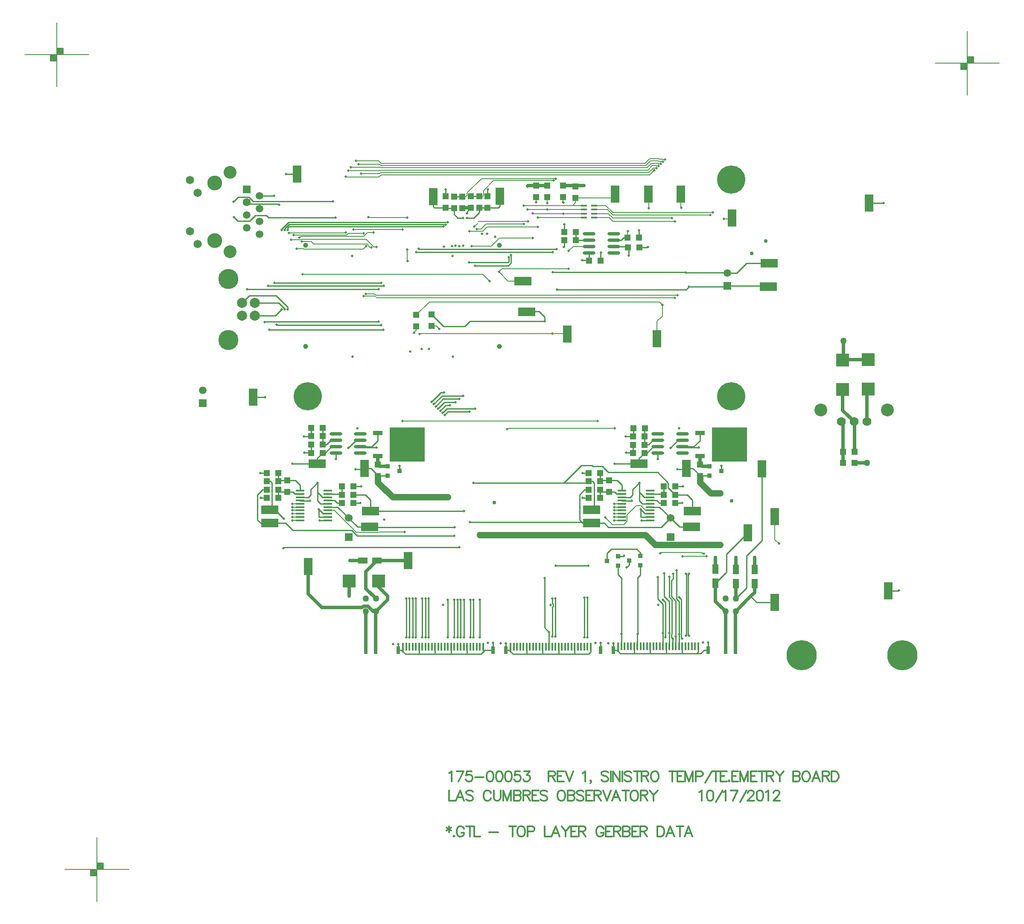
<source format=gtl>
%FSLAX23Y23*%
%MOIN*%
G70*
G01*
G75*
G04 Layer_Physical_Order=1*
G04 Layer_Color=255*
%ADD10R,0.050X0.050*%
%ADD11R,0.045X0.017*%
%ADD12R,0.050X0.050*%
%ADD13R,0.048X0.078*%
%ADD14R,0.078X0.048*%
%ADD15R,0.100X0.100*%
%ADD16R,0.272X0.268*%
%ADD17R,0.075X0.037*%
%ADD18R,0.037X0.035*%
%ADD19R,0.037X0.035*%
%ADD20R,0.036X0.036*%
%ADD21R,0.070X0.135*%
%ADD22R,0.135X0.070*%
%ADD23O,0.098X0.028*%
%ADD24R,0.065X0.012*%
%ADD25R,0.030X0.100*%
%ADD26R,0.014X0.060*%
%ADD27R,0.031X0.060*%
%ADD28R,0.100X0.100*%
%ADD29C,0.005*%
%ADD30C,0.025*%
%ADD31C,0.008*%
%ADD32C,0.010*%
%ADD33C,0.050*%
%ADD34C,0.006*%
%ADD35C,0.012*%
%ADD36C,0.012*%
%ADD37C,0.012*%
%ADD38C,0.100*%
%ADD39C,0.065*%
%ADD40C,0.116*%
%ADD41C,0.063*%
%ADD42C,0.059*%
%ADD43R,0.059X0.059*%
%ADD44C,0.157*%
%ADD45C,0.079*%
%ADD46R,0.059X0.059*%
%ADD47C,0.059*%
%ADD48C,0.020*%
%ADD49C,0.060*%
%ADD50R,0.060X0.060*%
%ADD51C,0.070*%
%ADD52C,0.039*%
%ADD53C,0.220*%
%ADD54C,0.050*%
%ADD55C,0.236*%
%ADD56C,0.030*%
D10*
X55718Y37193D02*
D03*
Y37283D02*
D03*
X55815Y37187D02*
D03*
Y37277D02*
D03*
X55507Y37191D02*
D03*
Y37281D02*
D03*
X55594Y37191D02*
D03*
Y37281D02*
D03*
X54801Y37108D02*
D03*
Y37198D02*
D03*
X55128Y37109D02*
D03*
Y37199D02*
D03*
X53564Y34979D02*
D03*
Y34889D02*
D03*
X56078Y34979D02*
D03*
Y34889D02*
D03*
X54691Y36274D02*
D03*
Y36184D02*
D03*
X54572Y36272D02*
D03*
Y36182D02*
D03*
X54929Y37106D02*
D03*
Y37196D02*
D03*
X54866Y37197D02*
D03*
Y37107D02*
D03*
X54998Y37108D02*
D03*
Y37198D02*
D03*
X55064Y37199D02*
D03*
Y37109D02*
D03*
X54272Y35103D02*
D03*
Y35013D02*
D03*
X56786Y35103D02*
D03*
Y35013D02*
D03*
D11*
X55959Y37032D02*
D03*
Y37063D02*
D03*
Y37095D02*
D03*
Y37126D02*
D03*
X55882D02*
D03*
Y37095D02*
D03*
Y37063D02*
D03*
Y37032D02*
D03*
D12*
X57993Y35203D02*
D03*
X57903D02*
D03*
X56312Y36874D02*
D03*
X56222D02*
D03*
X56011Y36696D02*
D03*
X55921D02*
D03*
X53752Y35389D02*
D03*
X53842D02*
D03*
X56266Y35385D02*
D03*
X56356D02*
D03*
X53990Y34932D02*
D03*
X54080D02*
D03*
X56504D02*
D03*
X56594D02*
D03*
X53494Y35034D02*
D03*
X53404D02*
D03*
X56008D02*
D03*
X55918D02*
D03*
X53494Y34841D02*
D03*
X53404D02*
D03*
X56008D02*
D03*
X55918D02*
D03*
X53990Y34802D02*
D03*
X54080D02*
D03*
X56504D02*
D03*
X56594D02*
D03*
X55727Y36920D02*
D03*
X55817D02*
D03*
X55816Y36854D02*
D03*
X55726D02*
D03*
X56223Y36798D02*
D03*
X56313D02*
D03*
X53990Y34867D02*
D03*
X54080D02*
D03*
X56504D02*
D03*
X56594D02*
D03*
X53494Y34971D02*
D03*
X53404D02*
D03*
X56008D02*
D03*
X55918D02*
D03*
X53750Y35259D02*
D03*
X53840D02*
D03*
X56264Y35256D02*
D03*
X56354D02*
D03*
X53841Y35325D02*
D03*
X53751D02*
D03*
X56355Y35322D02*
D03*
X56265D02*
D03*
X53494Y34905D02*
D03*
X53404D02*
D03*
X56008D02*
D03*
X55918D02*
D03*
X53839Y35193D02*
D03*
X53749D02*
D03*
X56354Y35191D02*
D03*
X56264D02*
D03*
X57904Y35115D02*
D03*
X57994D02*
D03*
D13*
X56908Y34287D02*
D03*
Y34177D02*
D03*
X57068Y34172D02*
D03*
Y34282D02*
D03*
X57213Y34282D02*
D03*
Y34172D02*
D03*
D14*
X54153Y34352D02*
D03*
X54263D02*
D03*
D15*
X54278Y34192D02*
D03*
X54048D02*
D03*
D16*
X54502Y35259D02*
D03*
X57016D02*
D03*
D17*
X54272Y35170D02*
D03*
Y35349D02*
D03*
X56786Y35170D02*
D03*
Y35349D02*
D03*
D18*
X54348Y35090D02*
D03*
X54440Y35053D02*
D03*
X56862Y35090D02*
D03*
X56954Y35053D02*
D03*
D19*
X54348Y35015D02*
D03*
X56862D02*
D03*
D20*
X56148Y34387D02*
D03*
X56062Y34350D02*
D03*
X56148Y34313D02*
D03*
X56319Y34388D02*
D03*
X56233Y34351D02*
D03*
X56319Y34314D02*
D03*
D21*
X54705Y37196D02*
D03*
X55223Y37200D02*
D03*
X54166Y35073D02*
D03*
X56680D02*
D03*
X53640Y37372D02*
D03*
X58256Y34115D02*
D03*
X53298Y35628D02*
D03*
X58106Y37144D02*
D03*
X57162Y34570D02*
D03*
X57369Y34025D02*
D03*
X53727Y34306D02*
D03*
X57271Y35070D02*
D03*
X57372Y34694D02*
D03*
X54506Y34352D02*
D03*
X56123Y37215D02*
D03*
X56383D02*
D03*
X56638D02*
D03*
X57038Y37029D02*
D03*
X55750Y36123D02*
D03*
X56452Y36085D02*
D03*
D22*
X53797Y35109D02*
D03*
X56311D02*
D03*
X57320Y36493D02*
D03*
X57328Y36675D02*
D03*
X55403Y36536D02*
D03*
X55434Y36296D02*
D03*
X54213Y34739D02*
D03*
X56727D02*
D03*
X53427Y34748D02*
D03*
X55941D02*
D03*
X53427Y34645D02*
D03*
X55941D02*
D03*
X54208Y34615D02*
D03*
X56722D02*
D03*
D23*
X55921Y36905D02*
D03*
Y36855D02*
D03*
Y36805D02*
D03*
Y36755D02*
D03*
X56113Y36905D02*
D03*
Y36855D02*
D03*
Y36805D02*
D03*
Y36755D02*
D03*
X53943Y35341D02*
D03*
Y35291D02*
D03*
Y35241D02*
D03*
Y35191D02*
D03*
X54135Y35341D02*
D03*
Y35291D02*
D03*
Y35241D02*
D03*
Y35191D02*
D03*
X56457Y35341D02*
D03*
Y35291D02*
D03*
Y35241D02*
D03*
Y35191D02*
D03*
X56649Y35341D02*
D03*
Y35291D02*
D03*
Y35241D02*
D03*
Y35191D02*
D03*
D24*
X53882Y34667D02*
D03*
Y34693D02*
D03*
Y34719D02*
D03*
Y34744D02*
D03*
Y34770D02*
D03*
Y34795D02*
D03*
Y34821D02*
D03*
X53664Y34667D02*
D03*
Y34693D02*
D03*
Y34719D02*
D03*
Y34744D02*
D03*
Y34770D02*
D03*
Y34795D02*
D03*
Y34821D02*
D03*
Y34844D02*
D03*
X53882D02*
D03*
X53664Y34872D02*
D03*
X53882D02*
D03*
X53664Y34898D02*
D03*
X53882D02*
D03*
X56396Y34667D02*
D03*
Y34693D02*
D03*
Y34719D02*
D03*
Y34744D02*
D03*
Y34770D02*
D03*
Y34795D02*
D03*
Y34821D02*
D03*
X56178Y34667D02*
D03*
Y34693D02*
D03*
Y34719D02*
D03*
Y34744D02*
D03*
Y34770D02*
D03*
Y34795D02*
D03*
Y34821D02*
D03*
Y34844D02*
D03*
X56396D02*
D03*
X56178Y34872D02*
D03*
X56396D02*
D03*
X56178Y34898D02*
D03*
X56396D02*
D03*
D25*
X57065Y33671D02*
D03*
X56986D02*
D03*
X54255Y33671D02*
D03*
X54176D02*
D03*
D26*
X54468Y33680D02*
D03*
X54493D02*
D03*
X54518D02*
D03*
X54543D02*
D03*
X54568D02*
D03*
X54593D02*
D03*
X54618D02*
D03*
X54643D02*
D03*
X54668D02*
D03*
X54693D02*
D03*
X54718D02*
D03*
X54743D02*
D03*
X54768D02*
D03*
X54793D02*
D03*
X54818D02*
D03*
X54843D02*
D03*
X54868D02*
D03*
X54893D02*
D03*
X54918D02*
D03*
X54943D02*
D03*
X54968D02*
D03*
X54993D02*
D03*
X55018D02*
D03*
X55043D02*
D03*
X55068D02*
D03*
X55093D02*
D03*
X55308D02*
D03*
X55333D02*
D03*
X55358D02*
D03*
X55383D02*
D03*
X55408D02*
D03*
X55433D02*
D03*
X55458D02*
D03*
X55483D02*
D03*
X55508D02*
D03*
X55533D02*
D03*
X55558D02*
D03*
X55583D02*
D03*
X55608D02*
D03*
X55633D02*
D03*
X55658D02*
D03*
X55683D02*
D03*
X55708D02*
D03*
X55733D02*
D03*
X55758D02*
D03*
X55783D02*
D03*
X55808D02*
D03*
X55833D02*
D03*
X55858D02*
D03*
X55883D02*
D03*
X55908D02*
D03*
X55933D02*
D03*
X56148Y33681D02*
D03*
X56173D02*
D03*
X56198D02*
D03*
X56223D02*
D03*
X56248D02*
D03*
X56273D02*
D03*
X56298D02*
D03*
X56323D02*
D03*
X56348D02*
D03*
X56373D02*
D03*
X56398D02*
D03*
X56423D02*
D03*
X56448D02*
D03*
X56473D02*
D03*
X56498D02*
D03*
X56523D02*
D03*
X56548D02*
D03*
X56573D02*
D03*
X56598D02*
D03*
X56623D02*
D03*
X56648D02*
D03*
X56673D02*
D03*
X56698D02*
D03*
X56723D02*
D03*
X56748D02*
D03*
X56773D02*
D03*
D27*
X54430Y33653D02*
D03*
X55170D02*
D03*
X55270D02*
D03*
X56010D02*
D03*
X56850D02*
D03*
X56110D02*
D03*
D28*
X58100Y35922D02*
D03*
Y35692D02*
D03*
X57901Y35920D02*
D03*
Y35690D02*
D03*
D29*
X57032Y37023D02*
X57038Y37029D01*
X56975Y37023D02*
X57032D01*
X56638Y37113D02*
Y37215D01*
Y37113D02*
X56641Y37110D01*
X55440Y37095D02*
X55882D01*
X56383Y37215D02*
X56387Y37211D01*
Y37107D02*
Y37211D01*
X55718Y37151D02*
X55719Y37150D01*
X56095Y37187D02*
X56123Y37215D01*
X55815Y37187D02*
X56095D01*
X55793Y37126D02*
X55882D01*
X55411D02*
X55793D01*
X55815Y37148D01*
Y37187D01*
X55722Y37063D02*
X55882D01*
X55482D02*
X55722D01*
X55718Y37151D02*
Y37193D01*
X55593Y37147D02*
X55594Y37148D01*
Y37191D01*
X55507Y37151D02*
Y37191D01*
X55123Y36958D02*
X55521D01*
Y37032D02*
X55882D01*
X55220Y36871D02*
X55481D01*
Y37064D02*
X55482Y37063D01*
X55053Y37001D02*
X55443D01*
X55440Y37095D02*
X55440Y37095D01*
X55089Y36924D02*
X55123Y36958D01*
X55117Y36982D02*
X55411D01*
X55076Y36941D02*
X55117Y36982D01*
X55411Y37126D02*
X55411Y37126D01*
X55158Y36809D02*
X55220Y36871D01*
X55004Y36809D02*
X55158D01*
X55025Y36961D02*
X55051Y36987D01*
X55038Y36924D02*
X55089D01*
X55036Y36926D02*
X55038Y36924D01*
X55044Y36941D02*
X55076D01*
X55959Y37032D02*
X56077D01*
X56106Y37003D01*
X55959Y37063D02*
X56072D01*
X56106Y37029D01*
X55959Y37095D02*
X56063D01*
X56106Y37052D01*
X55959Y37126D02*
X56051D01*
X56106Y37071D01*
X56452Y36085D02*
Y36221D01*
X56495Y36263D01*
Y36348D01*
X56222Y36925D02*
X56224Y36927D01*
X56222Y36874D02*
Y36925D01*
X57372Y34517D02*
X57405Y34484D01*
X57372Y34517D02*
Y34694D01*
X54198Y37034D02*
X54199Y37033D01*
X54501D01*
X54502Y36692D02*
Y36783D01*
Y36692D02*
X54503Y36691D01*
X54282Y34577D02*
X54481D01*
X54103Y34573D02*
X54278D01*
X54007Y34669D02*
X54103Y34573D01*
X54278D02*
X54282Y34577D01*
X54007Y34669D02*
Y34670D01*
X53932Y34744D02*
X54007Y34670D01*
X53882Y34744D02*
X53932D01*
X54080Y36939D02*
X54081Y36938D01*
X54464D01*
Y35443D02*
X54465Y35442D01*
X55986D01*
X56047Y34689D02*
X56103Y34633D01*
X56191D01*
X56217Y34659D01*
Y34709D01*
X56289Y34782D01*
X56324D01*
X56361Y34744D01*
X56396D01*
X55089Y36589D02*
X55144Y36534D01*
X53684Y36589D02*
X55089D01*
X55280Y35380D02*
X55286Y35386D01*
X56119D01*
X54572Y36152D02*
Y36182D01*
X54553Y36133D02*
X54572Y36152D01*
X54691Y36184D02*
X54726D01*
X54749Y36161D01*
X55749Y36124D02*
X55750Y36123D01*
X55633Y36124D02*
X55749D01*
X54597Y36123D02*
X54598Y36124D01*
X55633D01*
X56106Y37003D02*
X56592D01*
X54987Y36926D02*
X55036D01*
X56106Y37029D02*
X56566D01*
X56470Y36373D02*
X56495Y36348D01*
X54673Y36373D02*
X56470D01*
X54572Y36272D02*
X54673Y36373D01*
X54966Y37225D02*
X55079Y37337D01*
X55661D01*
X54957Y37196D02*
X54966Y37205D01*
Y37225D01*
X54929Y37196D02*
X54957D01*
X55096Y37203D02*
Y37243D01*
X55174Y37321D01*
X55644D01*
X55092Y37199D02*
X55096Y37203D01*
X55064Y37199D02*
X55092D01*
X56651Y34387D02*
X56838D01*
X56106Y37071D02*
X56888D01*
X56106Y37052D02*
X56868D01*
X56806Y34406D02*
X56818D01*
X56799Y34414D02*
X56806Y34406D01*
X56484Y34414D02*
X56799D01*
X56478Y34408D02*
X56484Y34414D01*
X54264Y36404D02*
X56590D01*
X54248Y36420D02*
X54264Y36404D01*
X54257Y36424D02*
X56610D01*
X54246Y36419D02*
X54248Y36420D01*
X54161Y36419D02*
X54246D01*
X54245Y36436D02*
X54257Y36424D01*
X54178Y36436D02*
X54245D01*
D30*
X55507Y37281D02*
X55594D01*
X55444D02*
X55507D01*
X55441Y37278D02*
X55444Y37281D01*
X55718Y37283D02*
X55880D01*
X55881Y37282D01*
X57904Y35115D02*
Y35423D01*
X57889Y35439D02*
X57904Y35423D01*
X57989Y35439D02*
X57993Y35435D01*
Y35203D02*
Y35435D01*
X57994Y35115D02*
X58092D01*
X57908Y35927D02*
Y36068D01*
X57903Y35922D02*
X57908Y35927D01*
X57903Y35922D02*
X58100D01*
X57901Y35527D02*
Y35690D01*
Y35527D02*
X57989Y35439D01*
X58089Y35681D02*
X58100Y35692D01*
X58089Y35439D02*
Y35681D01*
X54263Y34352D02*
X54506D01*
X53727Y34092D02*
Y34306D01*
Y34092D02*
X53833Y33986D01*
X54147D01*
X54159Y33997D01*
X54193D01*
X54234Y33955D01*
X54256D01*
X57182Y34072D02*
X57213Y34102D01*
X57066Y33955D02*
X57182Y34072D01*
X54931Y37108D02*
X54998D01*
X56786Y35103D02*
X56799Y35090D01*
X56862D01*
X56786Y35103D02*
Y35170D01*
X54272Y35103D02*
X54285Y35090D01*
X54348D01*
X54272Y35103D02*
Y35170D01*
X54048Y34077D02*
Y34192D01*
X54053Y34352D02*
X54153D01*
X54178Y34133D02*
X54256Y34055D01*
X54178Y34133D02*
Y34267D01*
X54263Y34352D01*
X54256Y33955D02*
X54348Y34047D01*
X54255Y33955D02*
X54256Y33955D01*
X54348Y34047D02*
Y34077D01*
X54278Y34147D02*
X54348Y34077D01*
X54278Y34147D02*
Y34192D01*
X57213Y34282D02*
Y34377D01*
X57068Y34282D02*
Y34377D01*
X56908Y34287D02*
Y34377D01*
Y34033D02*
X56986Y33955D01*
X56908Y34033D02*
Y34177D01*
X57066Y34055D02*
X57068Y34057D01*
Y34172D01*
X57065Y33955D02*
X57066Y33955D01*
X57213Y34102D02*
Y34172D01*
X57065Y33671D02*
Y33955D01*
X56986Y33955D02*
X56986Y33955D01*
Y33671D02*
Y33955D01*
X54176Y33955D02*
X54176Y33955D01*
Y33671D02*
Y33955D01*
X54255Y33671D02*
Y33955D01*
D31*
X55216Y36609D02*
X55288Y36537D01*
X55402D01*
X55403Y36536D01*
X55216Y36609D02*
X55240Y36633D01*
X55760D01*
X55762Y36771D02*
X55796Y36805D01*
X55921D01*
X58873Y37990D02*
Y38490D01*
X58623Y38240D02*
X59123D01*
X58823Y38190D02*
X58873D01*
X58823D02*
Y38240D01*
X58873Y38290D02*
X58923D01*
Y38240D02*
Y38290D01*
X58878Y38245D02*
Y38285D01*
X58918D01*
Y38245D02*
Y38285D01*
X58878Y38245D02*
X58918D01*
X58883Y38250D02*
Y38280D01*
X58913D01*
Y38250D02*
Y38280D01*
X58888Y38250D02*
X58913D01*
X58888Y38255D02*
Y38275D01*
X58908D01*
Y38255D02*
Y38275D01*
X58893Y38255D02*
X58908D01*
X58893Y38260D02*
Y38270D01*
X58903D01*
Y38260D02*
Y38270D01*
X58893Y38260D02*
X58903D01*
X58898D02*
Y38270D01*
X58828Y38195D02*
Y38235D01*
X58868D01*
Y38195D02*
Y38235D01*
X58828Y38195D02*
X58868D01*
X58833Y38200D02*
Y38230D01*
X58863D01*
Y38200D02*
Y38230D01*
X58838Y38200D02*
X58863D01*
X58838Y38205D02*
Y38225D01*
X58858D01*
Y38205D02*
Y38225D01*
X58843Y38205D02*
X58858D01*
X58843Y38210D02*
Y38220D01*
X58853D01*
Y38210D02*
Y38220D01*
X58843Y38210D02*
X58853D01*
X58848D02*
Y38220D01*
X51765Y38056D02*
Y38556D01*
X51515Y38306D02*
X52015D01*
X51715Y38256D02*
X51765D01*
X51715D02*
Y38306D01*
X51765Y38356D02*
X51815D01*
Y38306D02*
Y38356D01*
X51770Y38311D02*
Y38351D01*
X51810D01*
Y38311D02*
Y38351D01*
X51770Y38311D02*
X51810D01*
X51775Y38316D02*
Y38346D01*
X51805D01*
Y38316D02*
Y38346D01*
X51780Y38316D02*
X51805D01*
X51780Y38321D02*
Y38341D01*
X51800D01*
Y38321D02*
Y38341D01*
X51785Y38321D02*
X51800D01*
X51785Y38326D02*
Y38336D01*
X51795D01*
Y38326D02*
Y38336D01*
X51785Y38326D02*
X51795D01*
X51790D02*
Y38336D01*
X51720Y38261D02*
Y38301D01*
X51760D01*
Y38261D02*
Y38301D01*
X51720Y38261D02*
X51760D01*
X51725Y38266D02*
Y38296D01*
X51755D01*
Y38266D02*
Y38296D01*
X51730Y38266D02*
X51755D01*
X51730Y38271D02*
Y38291D01*
X51750D01*
Y38271D02*
Y38291D01*
X51735Y38271D02*
X51750D01*
X51735Y38276D02*
Y38286D01*
X51745D01*
Y38276D02*
Y38286D01*
X51735Y38276D02*
X51745D01*
X51740D02*
Y38286D01*
X52077Y31688D02*
Y32188D01*
X51827Y31938D02*
X52327D01*
X52027Y31888D02*
X52077D01*
X52027D02*
Y31938D01*
X52077Y31988D02*
X52127D01*
Y31938D02*
Y31988D01*
X52082Y31943D02*
Y31983D01*
X52122D01*
Y31943D02*
Y31983D01*
X52082Y31943D02*
X52122D01*
X52087Y31948D02*
Y31978D01*
X52117D01*
Y31948D02*
Y31978D01*
X52092Y31948D02*
X52117D01*
X52092Y31953D02*
Y31973D01*
X52112D01*
Y31953D02*
Y31973D01*
X52097Y31953D02*
X52112D01*
X52097Y31958D02*
Y31968D01*
X52107D01*
Y31958D02*
Y31968D01*
X52097Y31958D02*
X52107D01*
X52102D02*
Y31968D01*
X52032Y31893D02*
Y31933D01*
X52072D01*
Y31893D02*
Y31933D01*
X52032Y31893D02*
X52072D01*
X52037Y31898D02*
Y31928D01*
X52067D01*
Y31898D02*
Y31928D01*
X52042Y31898D02*
X52067D01*
X52042Y31903D02*
Y31923D01*
X52062D01*
Y31903D02*
Y31923D01*
X52047Y31903D02*
X52062D01*
X52047Y31908D02*
Y31918D01*
X52057D01*
Y31908D02*
Y31918D01*
X52047Y31908D02*
X52057D01*
X52052D02*
Y31918D01*
D32*
X55449Y36298D02*
X55532D01*
X55574Y36256D01*
Y36222D02*
Y36256D01*
X53553Y37373D02*
X53554Y37372D01*
X53640D01*
X53389Y35628D02*
X53391Y35630D01*
X53298Y35628D02*
X53389D01*
X57068Y34057D02*
X57151Y34140D01*
Y34389D01*
X57271Y34509D01*
Y35070D01*
X56908Y34177D02*
X56994Y34263D01*
Y34402D01*
X57162Y34570D01*
X57182Y34072D02*
X57229Y34025D01*
X57369D01*
X58338Y34115D02*
X58342Y34119D01*
X58256Y34115D02*
X58338D01*
X58106Y37144D02*
X58221D01*
X54109Y34547D02*
X54866D01*
X54067Y34589D02*
X54109Y34547D01*
X53607Y34589D02*
X54067D01*
X55725Y34960D02*
X55907D01*
X55018D02*
X55725D01*
X55861Y35096D01*
X55943D01*
X55951Y35088D01*
X56025D01*
X56072Y35041D01*
X56458D01*
X56538Y34960D01*
Y34923D02*
Y34960D01*
Y34923D02*
X56594Y34867D01*
X56557Y34685D02*
X56627Y34615D01*
X56472Y34770D02*
X56557Y34685D01*
X56485Y34613D02*
X56557Y34685D01*
X56072Y34613D02*
X56485D01*
X56040Y34645D02*
X56072Y34613D01*
X55941Y34645D02*
X56040D01*
X55864Y34651D02*
X55870Y34645D01*
X55846Y34669D02*
X55864Y34651D01*
X55935D01*
X54990D02*
X55864D01*
X55935D02*
X55941Y34645D01*
X55907Y34960D02*
X55918Y34971D01*
X53427Y34645D02*
X53551D01*
X53607Y34589D01*
X54208Y34615D02*
X54212Y34611D01*
X54871D01*
X53427Y34748D02*
X53466D01*
X53536Y34678D01*
X53535Y34449D02*
X53541Y34455D01*
X54906D01*
X54213Y34739D02*
X54945D01*
X54691Y36274D02*
X54783Y36182D01*
X54952D01*
X54992Y36222D01*
X55574D01*
X55661Y34311D02*
X55913D01*
X56378Y36798D02*
X56381Y36801D01*
X56313Y36798D02*
X56378D01*
X57350Y36498D02*
X57354Y36494D01*
X57001Y36498D02*
X57350D01*
X57152Y36674D02*
X57358D01*
X57075Y36598D02*
X57152Y36674D01*
X57001Y36598D02*
X57075D01*
X55867Y36698D02*
X55919D01*
X55921Y36696D01*
Y36755D01*
X55920Y36855D02*
X55921Y36855D01*
X55817Y36855D02*
X55920D01*
X55817D02*
Y36920D01*
X55725Y36803D02*
X55726Y36803D01*
Y36854D01*
X56011Y36758D02*
X56013Y36760D01*
X56011Y36696D02*
Y36758D01*
X56312Y36874D02*
Y36933D01*
X56113Y36855D02*
X56172D01*
X56191Y36874D01*
X56222D01*
X56223Y36798D02*
X56229Y36792D01*
X56216Y36805D02*
X56223Y36798D01*
X55727Y36920D02*
X55728Y36921D01*
Y36978D01*
X56229Y36735D02*
Y36792D01*
X56113Y36805D02*
X56216D01*
X56672Y36605D02*
X56676Y36601D01*
X55636Y36605D02*
X56672D01*
X54571Y36762D02*
X55636D01*
X56680Y36470D02*
X56702Y36492D01*
X55672Y36470D02*
X56680D01*
X55666Y36785D02*
X55666Y36785D01*
X54595Y36785D02*
X55666D01*
X54592Y36788D02*
X54595Y36785D01*
X56998Y36601D02*
X57001Y36598D01*
X56676Y36601D02*
X56998D01*
X56995Y36492D02*
X57001Y36498D01*
X56702Y36492D02*
X56995D01*
X56215Y34299D02*
X56233Y34317D01*
Y34351D01*
X56194Y34387D02*
X56195Y34388D01*
X56148Y34387D02*
X56194D01*
X56062Y34350D02*
Y34408D01*
X56095Y34441D01*
X56292D01*
X56319Y34414D01*
Y34388D02*
Y34414D01*
X56148Y34242D02*
Y34313D01*
Y34242D02*
X56174Y34217D01*
X56319Y34238D02*
Y34314D01*
X56298Y34217D02*
X56319Y34238D01*
X54928Y37197D02*
X54929Y37196D01*
X54866Y37197D02*
X54928D01*
X54801Y37252D02*
X54802Y37253D01*
X54801Y37198D02*
Y37252D01*
X55128Y37251D02*
X55129Y37253D01*
X55128Y37199D02*
Y37251D01*
X55063Y37198D02*
X55064Y37199D01*
X54998Y37198D02*
X55063D01*
X54966Y37064D02*
Y37075D01*
X54998Y37108D01*
X54705Y37117D02*
Y37196D01*
Y37117D02*
X54714Y37108D01*
X54801D01*
X54802Y37107D01*
X54866D01*
Y37058D02*
Y37107D01*
Y37058D02*
X54894Y37030D01*
X54938D01*
X55223Y37122D02*
Y37200D01*
X55209Y37109D02*
X55223Y37122D01*
X55128Y37109D02*
X55209D01*
X55064D02*
X55128D01*
X55064Y37072D02*
Y37109D01*
X55021Y37029D02*
X55064Y37072D01*
X54968Y37029D02*
X55021D01*
X56418Y35291D02*
X56457D01*
X56422Y35241D02*
X56457D01*
Y35144D02*
Y35191D01*
Y35144D02*
X56457Y35144D01*
X56614Y35291D02*
X56649D01*
Y35241D02*
X56653Y35237D01*
X56178Y34821D02*
X56180Y34819D01*
X55870Y34645D02*
X55941D01*
Y34748D02*
X55959Y34766D01*
X56673Y35066D02*
X56680Y35073D01*
X56119Y35109D02*
X56311D01*
X56396Y34770D02*
X56472D01*
X56627Y34615D02*
X56722D01*
X56680Y35073D02*
X56731D01*
X56789Y35015D01*
X56374Y35193D02*
X56422Y35241D01*
X56353Y35193D02*
X56374D01*
X56311Y35151D02*
X56353Y35193D01*
X56311Y35109D02*
Y35151D01*
X56211Y35194D02*
X56264D01*
X56008Y34905D02*
X56025Y34889D01*
X55885Y34905D02*
X55918D01*
X55846Y34867D02*
X55885Y34905D01*
X55846Y34669D02*
Y34867D01*
X56610Y35066D02*
X56673D01*
X56265Y35322D02*
X56266Y35322D01*
X56208Y35322D02*
X56265D01*
X56207Y35321D02*
X56208Y35322D01*
X56264Y35194D02*
Y35259D01*
X56386D02*
X56418Y35291D01*
X56354Y35259D02*
X56386D01*
X56008Y34971D02*
X56016Y34979D01*
X55947Y34971D02*
X55959Y34959D01*
Y34766D02*
Y34959D01*
X55918Y34971D02*
X55947D01*
X56498Y34872D02*
X56504Y34867D01*
X56396Y34872D02*
X56498D01*
X56688Y34867D02*
X56727Y34827D01*
Y34739D02*
Y34827D01*
X56594Y34867D02*
X56688D01*
X56789Y35015D02*
X56862D01*
X56954Y35092D02*
X56955Y35093D01*
X56786Y35290D02*
Y35349D01*
X56954Y35053D02*
Y35092D01*
X56737Y35241D02*
X56786Y35290D01*
X56649Y35241D02*
X56737D01*
X56653Y35237D02*
X56776D01*
X56468Y34802D02*
X56504D01*
X56449Y34821D02*
X56468Y34802D01*
X56396Y34821D02*
X56449D01*
X56647Y34802D02*
X56649Y34804D01*
X56594Y34802D02*
X56647D01*
X56008Y34841D02*
Y34905D01*
X55873Y34841D02*
X55918D01*
X55872Y34841D02*
X55873Y34841D01*
X56078Y34979D02*
X56140D01*
X56178Y34941D01*
Y34898D02*
Y34941D01*
X56016Y34979D02*
X56078D01*
X56121Y34889D02*
X56137Y34872D01*
X56178D01*
X56078Y34889D02*
X56121D01*
X56025D02*
X56078D01*
X56556Y35233D02*
X56614Y35291D01*
X56008Y34971D02*
Y35034D01*
X55869D02*
X55918D01*
X55869Y35034D02*
X55869Y35034D01*
X56330Y34667D02*
X56396D01*
X56357Y34719D02*
X56396D01*
X56323Y34753D02*
X56357Y34719D01*
X56323Y34752D02*
X56323Y34753D01*
X56323Y34693D02*
Y34752D01*
Y34693D02*
X56396D01*
X56180Y34819D02*
X56255D01*
X56262Y34909D02*
X56313Y34960D01*
Y34885D02*
X56353Y34844D01*
X56313Y34885D02*
Y34960D01*
Y34820D02*
Y34885D01*
X56241Y34844D02*
X56262Y34866D01*
Y34909D01*
X56337Y34795D02*
X56396D01*
X56353Y34844D02*
X56396D01*
X56178D02*
X56241D01*
X56313Y34820D02*
X56337Y34795D01*
X56504Y34867D02*
Y34932D01*
X56594D02*
X56654D01*
X56651Y34931D02*
X56653D01*
X56654Y34932D01*
X56266Y35322D02*
Y35385D01*
X56354Y35259D02*
Y35383D01*
X56356Y35385D01*
X53605Y35109D02*
X53797D01*
X54135Y35241D02*
X54139Y35237D01*
X54262D01*
X54440Y35092D02*
X54441Y35093D01*
X54440Y35053D02*
Y35092D01*
X53697Y35194D02*
X53750D01*
Y35259D01*
X54217Y35073D02*
X54275Y35015D01*
X53752Y35322D02*
Y35385D01*
X53751Y35322D02*
X53752Y35322D01*
X53694Y35322D02*
X53751D01*
X53693Y35321D02*
X53694Y35322D01*
X54096Y35066D02*
X54159D01*
X54166Y35073D01*
X54217D01*
X54275Y35015D02*
X54348D01*
X54042Y35233D02*
X54100Y35291D01*
X54135D01*
X54272Y35290D02*
Y35349D01*
X54223Y35241D02*
X54272Y35290D01*
X54135Y35241D02*
X54223D01*
X53943Y35144D02*
X53943Y35144D01*
X53943Y35144D02*
Y35191D01*
X53797Y35109D02*
Y35151D01*
X53839Y35193D01*
X53860D01*
X53908Y35241D01*
X53943D01*
X53840Y35259D02*
Y35383D01*
X53842Y35385D01*
X53840Y35259D02*
X53872D01*
X53904Y35291D01*
X53943D01*
X53358Y34841D02*
X53359Y34841D01*
X53404D01*
X53748Y34909D02*
X53799Y34960D01*
X53748Y34866D02*
Y34909D01*
X53727Y34844D02*
X53748Y34866D01*
X53664Y34844D02*
X53727D01*
X53355Y35034D02*
X53355Y35034D01*
X53404D01*
X53356Y34645D02*
X53427D01*
X53332Y34669D02*
X53356Y34645D01*
X53332Y34669D02*
Y34867D01*
X53371Y34905D01*
X53404D01*
X53427Y34748D02*
X53445Y34766D01*
Y34959D01*
X53433Y34971D02*
X53445Y34959D01*
X53404Y34971D02*
X53433D01*
X54213Y34739D02*
Y34827D01*
X54174Y34867D02*
X54213Y34827D01*
X54080Y34867D02*
X54174D01*
X54113Y34615D02*
X54208D01*
X53958Y34770D02*
X54113Y34615D01*
X53882Y34770D02*
X53958D01*
X53809Y34752D02*
X53809Y34753D01*
X53809Y34693D02*
Y34752D01*
Y34693D02*
X53882D01*
X53809Y34753D02*
X53843Y34719D01*
X53882D01*
X53494Y34841D02*
Y34905D01*
X53511Y34889D01*
X53564D01*
X53607D01*
X53623Y34872D01*
X53664D01*
X53494Y34971D02*
Y35034D01*
Y34971D02*
X53502Y34979D01*
X53564D01*
X53626D01*
X53664Y34941D01*
Y34898D02*
Y34941D01*
X53799Y34820D02*
Y34885D01*
Y34820D02*
X53823Y34795D01*
X53882D01*
X53799Y34885D02*
Y34960D01*
Y34885D02*
X53839Y34844D01*
X53882D01*
X53816Y34667D02*
X53882D01*
X53664Y34821D02*
X53666Y34819D01*
X53741D01*
X54080Y34932D02*
X54140D01*
X54137Y34931D02*
X54139D01*
X54140Y34932D01*
X54133Y34802D02*
X54135Y34804D01*
X54080Y34802D02*
X54133D01*
X53954D02*
X53990D01*
X53935Y34821D02*
X53954Y34802D01*
X53882Y34821D02*
X53935D01*
X53990Y34867D02*
Y34932D01*
X53984Y34872D02*
X53990Y34867D01*
X53882Y34872D02*
X53984D01*
X56603Y34052D02*
Y34277D01*
Y34052D02*
X56623Y34032D01*
Y33774D02*
Y34032D01*
X56578Y34212D02*
Y34249D01*
X56563Y34197D02*
X56578Y34212D01*
X56563Y34072D02*
Y34197D01*
Y34072D02*
X56598Y34037D01*
Y33758D02*
Y34037D01*
X56642Y33748D02*
Y34048D01*
X56623Y34067D02*
X56642Y34048D01*
X56567Y33779D02*
Y34048D01*
X56548Y34067D02*
X56567Y34048D01*
X56548Y34067D02*
Y34227D01*
X56563Y33775D02*
X56567Y33779D01*
X56563Y33752D02*
Y33775D01*
Y33752D02*
X56574Y33742D01*
X56508Y34072D02*
Y34252D01*
Y34072D02*
X56548Y34032D01*
Y33787D02*
Y34032D01*
X56458Y34052D02*
Y34222D01*
Y34052D02*
X56498Y34012D01*
Y33787D02*
Y34012D01*
X56298Y34217D02*
X56299Y34216D01*
Y33780D02*
Y34216D01*
X56174Y33780D02*
Y34217D01*
X55573Y33828D02*
Y34217D01*
Y33828D02*
X55608Y33793D01*
X56498Y33787D02*
X56498Y33786D01*
Y33681D02*
Y33786D01*
Y34047D02*
X56518Y34027D01*
Y33753D02*
Y34027D01*
X56548Y33787D02*
X56548Y33786D01*
Y33681D02*
Y33786D01*
X56573Y33741D02*
X56574Y33742D01*
X56573Y33681D02*
Y33741D01*
X56642Y33748D02*
X56648Y33742D01*
X56166Y33624D02*
X56757D01*
X55068Y33752D02*
Y34047D01*
X55018Y33752D02*
Y34047D01*
X54993Y33752D02*
Y34047D01*
X54943Y33752D02*
Y34047D01*
X54818Y33752D02*
Y34047D01*
X54868Y33752D02*
Y34047D01*
X54893Y33752D02*
Y34047D01*
X54918Y33752D02*
Y34047D01*
X55608Y33792D02*
X55608Y33793D01*
X55608Y33680D02*
Y33792D01*
X55658Y33759D02*
Y34057D01*
X55633Y34020D02*
Y34057D01*
Y34020D02*
X55640Y34013D01*
Y33997D02*
Y34013D01*
X55633Y33990D02*
X55640Y33997D01*
X55633Y33759D02*
Y33990D01*
X55908Y33753D02*
Y34062D01*
X55883Y33753D02*
Y34062D01*
X56298Y33681D02*
Y33779D01*
X56299Y33780D01*
X56173Y33681D02*
Y33716D01*
X56174Y33716D01*
Y33780D01*
X56598Y33681D02*
Y33758D01*
X56623Y33774D02*
X56623Y33773D01*
Y33681D02*
Y33773D01*
X56695Y34244D02*
X56701Y34249D01*
X56695Y33770D02*
Y34244D01*
X56676Y34249D02*
X56681Y34244D01*
Y33770D02*
Y34244D01*
X56695Y33770D02*
X56701Y33765D01*
X56676D02*
X56681Y33770D01*
X54455Y33653D02*
X54468Y33640D01*
X54430Y33699D02*
X54431Y33700D01*
X54430Y33653D02*
Y33699D01*
Y33653D02*
X54455D01*
X55093Y33639D02*
X55107Y33653D01*
X55076Y33622D02*
X55093Y33639D01*
X55170Y33707D02*
X55171Y33708D01*
X55170Y33653D02*
Y33707D01*
X55107Y33653D02*
X55170D01*
X55270Y33704D02*
X55271Y33705D01*
X55270Y33653D02*
Y33704D01*
Y33653D02*
X55271Y33652D01*
X55297D01*
X56010Y33708D02*
X56011Y33709D01*
X56010Y33653D02*
Y33708D01*
X55093Y33639D02*
Y33680D01*
X54486Y33622D02*
X55076D01*
X54468Y33640D02*
Y33680D01*
X54593Y33623D02*
Y33680D01*
X54718Y33623D02*
Y33680D01*
X54843Y33623D02*
Y33680D01*
X54968Y33623D02*
Y33680D01*
X54468Y33640D02*
X54486Y33622D01*
X55933Y33639D02*
Y33680D01*
X55917Y33622D02*
X55933Y33639D01*
X55326Y33622D02*
X55917D01*
X55308Y33640D02*
Y33680D01*
X55433Y33623D02*
Y33680D01*
X55558Y33623D02*
Y33680D01*
X55683Y33623D02*
Y33680D01*
X55808Y33623D02*
Y33680D01*
X55297Y33652D02*
X55308Y33640D01*
X55326Y33622D01*
X56110Y33704D02*
X56111Y33705D01*
X56110Y33653D02*
Y33704D01*
X56148Y33641D02*
X56166Y33624D01*
X56137Y33653D02*
X56148Y33641D01*
X56110Y33653D02*
X56137D01*
X56820D02*
X56850D01*
X56791Y33624D02*
X56820Y33653D01*
X56757Y33624D02*
X56791D01*
X56850Y33712D02*
X56850Y33711D01*
Y33653D02*
Y33711D01*
X56648Y33624D02*
Y33681D01*
X56523Y33624D02*
Y33681D01*
X56398Y33624D02*
Y33681D01*
X56273Y33624D02*
Y33681D01*
X56148Y33641D02*
Y33681D01*
X56757Y33624D02*
X56773Y33640D01*
Y33681D01*
X53310Y36265D02*
X53469D01*
X53519Y36316D01*
X53310Y36364D02*
X53498D01*
X53543Y36318D01*
Y36316D02*
Y36318D01*
X53212Y36364D02*
X53268Y36421D01*
X53477D01*
X53567Y36331D01*
Y36316D02*
Y36331D01*
X53519Y36937D02*
Y36942D01*
X53543Y36937D02*
Y36946D01*
X53567Y36937D02*
Y36951D01*
X53519Y36942D02*
X53573Y36996D01*
X54816D01*
X54818Y36994D01*
X53543Y36946D02*
X53576Y36980D01*
X54799D01*
X54801Y36977D01*
X53567Y36951D02*
X53577Y36961D01*
X54784D01*
X53387Y36216D02*
X53390Y36219D01*
X54276D01*
X53247Y37151D02*
X53259Y37140D01*
X53491D01*
X53500Y37131D01*
X53481Y36195D02*
X53483Y36193D01*
X54296D01*
X53425Y36156D02*
X53426Y36157D01*
X54315D01*
X53250Y36472D02*
X53251Y36471D01*
X54276D01*
X53347Y37201D02*
X53348Y37203D01*
X53462D01*
X53463Y36521D02*
X53464Y36522D01*
X54297D01*
X53414Y36498D02*
X54316D01*
X53144Y37155D02*
X53181Y37192D01*
X53264D01*
X53297Y37159D01*
X53921D01*
X53146Y37037D02*
X53177Y37006D01*
X53269D01*
X53313Y37050D01*
X53399D01*
X53416Y37033D01*
X53942D01*
X54568Y33753D02*
Y34057D01*
X54543Y33753D02*
Y34057D01*
X54518Y33753D02*
Y34057D01*
X54493Y33753D02*
Y34057D01*
X54618Y33753D02*
Y34057D01*
X54643Y33753D02*
Y34057D01*
X54668Y33753D02*
Y34057D01*
X54793Y35490D02*
X54818Y35515D01*
X54776Y35506D02*
X54809Y35540D01*
X54759Y35523D02*
X54800Y35565D01*
X54742Y35540D02*
X54791Y35590D01*
X54725Y35557D02*
X54782Y35615D01*
X54708Y35574D02*
X54773Y35640D01*
X54691Y35591D02*
X54764Y35665D01*
X54788D01*
X54791Y35590D02*
X54878D01*
X54782Y35615D02*
X54908D01*
X54773Y35640D02*
X54937D01*
X55293Y36687D02*
Y36722D01*
X55287Y36681D02*
X55293Y36687D01*
X55310Y36738D02*
X55312Y36736D01*
Y36678D02*
Y36736D01*
X55291Y36657D02*
X55312Y36678D01*
X54985Y36681D02*
X55287D01*
X55030Y36657D02*
X55291D01*
X54800Y35565D02*
X54834D01*
X54818Y35515D02*
X54986D01*
X54809Y35540D02*
X55030D01*
D33*
X54272Y34963D02*
X54386Y34849D01*
X54817D01*
X55068Y34551D02*
X56361D01*
X56437Y34475D01*
X56943D01*
X56871Y34878D02*
X56945D01*
X56786Y34963D02*
X56871Y34878D01*
X56786Y34963D02*
Y35013D01*
X54272Y34963D02*
Y35013D01*
D34*
X54022Y37349D02*
X54278D01*
X54040Y37399D02*
X54292D01*
X54060Y37424D02*
X54292D01*
X54099Y37474D02*
X54278D01*
X54119Y37449D02*
X54285D01*
X54139Y37374D02*
X54285D01*
X56505Y37487D02*
X56511Y37482D01*
X56488Y37470D02*
X56494Y37465D01*
X56471Y37453D02*
X56477Y37448D01*
X56454Y37436D02*
X56460Y37431D01*
X56437Y37420D02*
X56443Y37414D01*
X54278Y37474D02*
X54296Y37457D01*
X54285Y37449D02*
X54296Y37439D01*
X54292Y37424D02*
X54296Y37421D01*
X54278Y37349D02*
X54296Y37367D01*
X54285Y37374D02*
X54296Y37385D01*
X54292Y37399D02*
X54296Y37403D01*
Y37457D02*
X56358D01*
X56393Y37492D01*
X56467D01*
X56468Y37490D01*
X56477D01*
X56478Y37489D01*
X56486D01*
X56487Y37488D01*
X56496D01*
X56497Y37487D01*
X56505D01*
X56511Y37482D02*
X56515Y37486D01*
X54296Y37439D02*
X56365D01*
X56400Y37474D01*
X56460D01*
X56461Y37472D01*
X56469D01*
X56470Y37471D01*
X56479D01*
X56480Y37470D01*
X56488D01*
X56494Y37465D02*
X56498Y37469D01*
X54296Y37421D02*
X56373D01*
X56408Y37456D01*
X56452D01*
X56453Y37454D01*
X56462D01*
X56463Y37453D01*
X56471D01*
X56477Y37448D02*
X56481Y37452D01*
X54296Y37403D02*
X56380D01*
X56415Y37438D01*
X56445D01*
X56446Y37436D01*
X56454D01*
X56460Y37431D02*
X56464Y37435D01*
X54296Y37385D02*
X56388D01*
X56423Y37420D01*
X56437D01*
X56443Y37414D02*
X56447Y37418D01*
X54296Y37367D02*
X56395D01*
X56430Y37402D01*
X53595Y36860D02*
X53596Y36859D01*
X53667D01*
X53671Y36863D01*
X54181D01*
X54241Y36803D01*
X54259D01*
X53658Y36876D02*
X53669Y36887D01*
X54162D01*
X54191Y36916D01*
X54237D01*
X53678Y36846D02*
X53749D01*
X53770Y36825D01*
X54186D01*
X54211Y36800D01*
X54220D01*
X53637Y36789D02*
X53693D01*
X53695Y36787D01*
X54158D01*
X54179Y36808D01*
X53615Y36895D02*
X53617Y36897D01*
X54028D01*
X54039Y36908D01*
X54159D01*
X54020Y36913D02*
X54021Y36914D01*
X53576Y36913D02*
X54020D01*
X56118Y34667D02*
X56178D01*
X56118Y34693D02*
X56178D01*
X56118Y34719D02*
X56178D01*
X56118Y34744D02*
X56178D01*
X56118Y34770D02*
X56178D01*
X56118Y34795D02*
X56178D01*
X53604D02*
X53664D01*
X53604Y34770D02*
X53664D01*
X53604Y34744D02*
X53664D01*
X53604Y34667D02*
X53664D01*
X53604Y34693D02*
X53664D01*
X53604Y34719D02*
X53664D01*
D35*
X54826Y32275D02*
Y32230D01*
X54807Y32264D02*
X54845Y32241D01*
Y32264D02*
X54807Y32241D01*
X54865Y32203D02*
X54861Y32199D01*
X54865Y32196D01*
X54869Y32199D01*
X54865Y32203D01*
X54944Y32256D02*
X54940Y32264D01*
X54932Y32272D01*
X54925Y32275D01*
X54909D01*
X54902Y32272D01*
X54894Y32264D01*
X54890Y32256D01*
X54887Y32245D01*
Y32226D01*
X54890Y32215D01*
X54894Y32207D01*
X54902Y32199D01*
X54909Y32196D01*
X54925D01*
X54932Y32199D01*
X54940Y32207D01*
X54944Y32215D01*
Y32226D01*
X54925D02*
X54944D01*
X54989Y32275D02*
Y32196D01*
X54962Y32275D02*
X55015D01*
X55025D02*
Y32196D01*
X55071D01*
X55142Y32230D02*
X55211D01*
X55324Y32275D02*
Y32196D01*
X55297Y32275D02*
X55351D01*
X55383D02*
X55375Y32272D01*
X55368Y32264D01*
X55364Y32256D01*
X55360Y32245D01*
Y32226D01*
X55364Y32215D01*
X55368Y32207D01*
X55375Y32199D01*
X55383Y32196D01*
X55398D01*
X55406Y32199D01*
X55413Y32207D01*
X55417Y32215D01*
X55421Y32226D01*
Y32245D01*
X55417Y32256D01*
X55413Y32264D01*
X55406Y32272D01*
X55398Y32275D01*
X55383D01*
X55440Y32234D02*
X55474D01*
X55485Y32237D01*
X55489Y32241D01*
X55493Y32249D01*
Y32260D01*
X55489Y32268D01*
X55485Y32272D01*
X55474Y32275D01*
X55440D01*
Y32196D01*
X55574Y32275D02*
Y32196D01*
X55619D01*
X55689D02*
X55659Y32275D01*
X55628Y32196D01*
X55640Y32222D02*
X55678D01*
X55708Y32275D02*
X55738Y32237D01*
Y32196D01*
X55769Y32275D02*
X55738Y32237D01*
X55828Y32275D02*
X55779D01*
Y32196D01*
X55828D01*
X55779Y32237D02*
X55809D01*
X55842Y32275D02*
Y32196D01*
Y32275D02*
X55876D01*
X55888Y32272D01*
X55891Y32268D01*
X55895Y32260D01*
Y32253D01*
X55891Y32245D01*
X55888Y32241D01*
X55876Y32237D01*
X55842D01*
X55868D02*
X55895Y32196D01*
X56033Y32256D02*
X56029Y32264D01*
X56022Y32272D01*
X56014Y32275D01*
X55999D01*
X55991Y32272D01*
X55984Y32264D01*
X55980Y32256D01*
X55976Y32245D01*
Y32226D01*
X55980Y32215D01*
X55984Y32207D01*
X55991Y32199D01*
X55999Y32196D01*
X56014D01*
X56022Y32199D01*
X56029Y32207D01*
X56033Y32215D01*
Y32226D01*
X56014D02*
X56033D01*
X56101Y32275D02*
X56051D01*
Y32196D01*
X56101D01*
X56051Y32237D02*
X56082D01*
X56114Y32275D02*
Y32196D01*
Y32275D02*
X56148D01*
X56160Y32272D01*
X56164Y32268D01*
X56167Y32260D01*
Y32253D01*
X56164Y32245D01*
X56160Y32241D01*
X56148Y32237D01*
X56114D01*
X56141D02*
X56167Y32196D01*
X56185Y32275D02*
Y32196D01*
Y32275D02*
X56220D01*
X56231Y32272D01*
X56235Y32268D01*
X56239Y32260D01*
Y32253D01*
X56235Y32245D01*
X56231Y32241D01*
X56220Y32237D01*
X56185D02*
X56220D01*
X56231Y32234D01*
X56235Y32230D01*
X56239Y32222D01*
Y32211D01*
X56235Y32203D01*
X56231Y32199D01*
X56220Y32196D01*
X56185D01*
X56306Y32275D02*
X56257D01*
Y32196D01*
X56306D01*
X56257Y32237D02*
X56287D01*
X56319Y32275D02*
Y32196D01*
Y32275D02*
X56354D01*
X56365Y32272D01*
X56369Y32268D01*
X56373Y32260D01*
Y32253D01*
X56369Y32245D01*
X56365Y32241D01*
X56354Y32237D01*
X56319D01*
X56346D02*
X56373Y32196D01*
X56454Y32275D02*
Y32196D01*
Y32275D02*
X56480D01*
X56492Y32272D01*
X56499Y32264D01*
X56503Y32256D01*
X56507Y32245D01*
Y32226D01*
X56503Y32215D01*
X56499Y32207D01*
X56492Y32199D01*
X56480Y32196D01*
X56454D01*
X56586D02*
X56555Y32275D01*
X56525Y32196D01*
X56536Y32222D02*
X56574D01*
X56631Y32275D02*
Y32196D01*
X56604Y32275D02*
X56658D01*
X56728Y32196D02*
X56698Y32275D01*
X56667Y32196D01*
X56679Y32222D02*
X56717D01*
D36*
X54828Y32556D02*
Y32476D01*
X54874D01*
X54943D02*
X54913Y32556D01*
X54882Y32476D01*
X54894Y32503D02*
X54932D01*
X55015Y32545D02*
X55008Y32552D01*
X54996Y32556D01*
X54981D01*
X54970Y32552D01*
X54962Y32545D01*
Y32537D01*
X54966Y32529D01*
X54970Y32526D01*
X54977Y32522D01*
X55000Y32514D01*
X55008Y32510D01*
X55012Y32507D01*
X55015Y32499D01*
Y32487D01*
X55008Y32480D01*
X54996Y32476D01*
X54981D01*
X54970Y32480D01*
X54962Y32487D01*
X55153Y32537D02*
X55149Y32545D01*
X55142Y32552D01*
X55134Y32556D01*
X55119D01*
X55111Y32552D01*
X55104Y32545D01*
X55100Y32537D01*
X55096Y32526D01*
Y32507D01*
X55100Y32495D01*
X55104Y32487D01*
X55111Y32480D01*
X55119Y32476D01*
X55134D01*
X55142Y32480D01*
X55149Y32487D01*
X55153Y32495D01*
X55176Y32556D02*
Y32499D01*
X55180Y32487D01*
X55187Y32480D01*
X55199Y32476D01*
X55206D01*
X55218Y32480D01*
X55225Y32487D01*
X55229Y32499D01*
Y32556D01*
X55251D02*
Y32476D01*
Y32556D02*
X55282Y32476D01*
X55312Y32556D02*
X55282Y32476D01*
X55312Y32556D02*
Y32476D01*
X55335Y32556D02*
Y32476D01*
Y32556D02*
X55369D01*
X55381Y32552D01*
X55384Y32548D01*
X55388Y32541D01*
Y32533D01*
X55384Y32526D01*
X55381Y32522D01*
X55369Y32518D01*
X55335D02*
X55369D01*
X55381Y32514D01*
X55384Y32510D01*
X55388Y32503D01*
Y32491D01*
X55384Y32484D01*
X55381Y32480D01*
X55369Y32476D01*
X55335D01*
X55406Y32556D02*
Y32476D01*
Y32556D02*
X55440D01*
X55452Y32552D01*
X55456Y32548D01*
X55460Y32541D01*
Y32533D01*
X55456Y32526D01*
X55452Y32522D01*
X55440Y32518D01*
X55406D01*
X55433D02*
X55460Y32476D01*
X55527Y32556D02*
X55477D01*
Y32476D01*
X55527D01*
X55477Y32518D02*
X55508D01*
X55594Y32545D02*
X55586Y32552D01*
X55575Y32556D01*
X55559D01*
X55548Y32552D01*
X55540Y32545D01*
Y32537D01*
X55544Y32529D01*
X55548Y32526D01*
X55555Y32522D01*
X55578Y32514D01*
X55586Y32510D01*
X55590Y32507D01*
X55594Y32499D01*
Y32487D01*
X55586Y32480D01*
X55575Y32476D01*
X55559D01*
X55548Y32480D01*
X55540Y32487D01*
X55697Y32556D02*
X55690Y32552D01*
X55682Y32545D01*
X55678Y32537D01*
X55674Y32526D01*
Y32507D01*
X55678Y32495D01*
X55682Y32487D01*
X55690Y32480D01*
X55697Y32476D01*
X55712D01*
X55720Y32480D01*
X55728Y32487D01*
X55731Y32495D01*
X55735Y32507D01*
Y32526D01*
X55731Y32537D01*
X55728Y32545D01*
X55720Y32552D01*
X55712Y32556D01*
X55697D01*
X55754D02*
Y32476D01*
Y32556D02*
X55788D01*
X55800Y32552D01*
X55803Y32548D01*
X55807Y32541D01*
Y32533D01*
X55803Y32526D01*
X55800Y32522D01*
X55788Y32518D01*
X55754D02*
X55788D01*
X55800Y32514D01*
X55803Y32510D01*
X55807Y32503D01*
Y32491D01*
X55803Y32484D01*
X55800Y32480D01*
X55788Y32476D01*
X55754D01*
X55878Y32545D02*
X55871Y32552D01*
X55859Y32556D01*
X55844D01*
X55833Y32552D01*
X55825Y32545D01*
Y32537D01*
X55829Y32529D01*
X55833Y32526D01*
X55840Y32522D01*
X55863Y32514D01*
X55871Y32510D01*
X55875Y32507D01*
X55878Y32499D01*
Y32487D01*
X55871Y32480D01*
X55859Y32476D01*
X55844D01*
X55833Y32480D01*
X55825Y32487D01*
X55946Y32556D02*
X55896D01*
Y32476D01*
X55946D01*
X55896Y32518D02*
X55927D01*
X55959Y32556D02*
Y32476D01*
Y32556D02*
X55993D01*
X56005Y32552D01*
X56009Y32548D01*
X56013Y32541D01*
Y32533D01*
X56009Y32526D01*
X56005Y32522D01*
X55993Y32518D01*
X55959D01*
X55986D02*
X56013Y32476D01*
X56030Y32556D02*
X56061Y32476D01*
X56091Y32556D02*
X56061Y32476D01*
X56163D02*
X56132Y32556D01*
X56102Y32476D01*
X56113Y32503D02*
X56151D01*
X56208Y32556D02*
Y32476D01*
X56181Y32556D02*
X56235D01*
X56267D02*
X56259Y32552D01*
X56252Y32545D01*
X56248Y32537D01*
X56244Y32526D01*
Y32507D01*
X56248Y32495D01*
X56252Y32487D01*
X56259Y32480D01*
X56267Y32476D01*
X56282D01*
X56290Y32480D01*
X56297Y32487D01*
X56301Y32495D01*
X56305Y32507D01*
Y32526D01*
X56301Y32537D01*
X56297Y32545D01*
X56290Y32552D01*
X56282Y32556D01*
X56267D01*
X56324D02*
Y32476D01*
Y32556D02*
X56358D01*
X56369Y32552D01*
X56373Y32548D01*
X56377Y32541D01*
Y32533D01*
X56373Y32526D01*
X56369Y32522D01*
X56358Y32518D01*
X56324D01*
X56350D02*
X56377Y32476D01*
X56395Y32556D02*
X56425Y32518D01*
Y32476D01*
X56456Y32556D02*
X56425Y32518D01*
X56780Y32541D02*
X56788Y32545D01*
X56799Y32556D01*
Y32476D01*
X56862Y32556D02*
X56850Y32552D01*
X56843Y32541D01*
X56839Y32522D01*
Y32510D01*
X56843Y32491D01*
X56850Y32480D01*
X56862Y32476D01*
X56869D01*
X56881Y32480D01*
X56889Y32491D01*
X56892Y32510D01*
Y32522D01*
X56889Y32541D01*
X56881Y32552D01*
X56869Y32556D01*
X56862D01*
X56910Y32465D02*
X56964Y32556D01*
X56969Y32541D02*
X56977Y32545D01*
X56988Y32556D01*
Y32476D01*
X57081Y32556D02*
X57043Y32476D01*
X57028Y32556D02*
X57081D01*
X57099Y32465D02*
X57152Y32556D01*
X57161Y32537D02*
Y32541D01*
X57165Y32548D01*
X57169Y32552D01*
X57176Y32556D01*
X57192D01*
X57199Y32552D01*
X57203Y32548D01*
X57207Y32541D01*
Y32533D01*
X57203Y32526D01*
X57196Y32514D01*
X57157Y32476D01*
X57211D01*
X57252Y32556D02*
X57240Y32552D01*
X57232Y32541D01*
X57229Y32522D01*
Y32510D01*
X57232Y32491D01*
X57240Y32480D01*
X57252Y32476D01*
X57259D01*
X57271Y32480D01*
X57278Y32491D01*
X57282Y32510D01*
Y32522D01*
X57278Y32541D01*
X57271Y32552D01*
X57259Y32556D01*
X57252D01*
X57300Y32541D02*
X57307Y32545D01*
X57319Y32556D01*
Y32476D01*
X57362Y32537D02*
Y32541D01*
X57366Y32548D01*
X57370Y32552D01*
X57378Y32556D01*
X57393D01*
X57400Y32552D01*
X57404Y32548D01*
X57408Y32541D01*
Y32533D01*
X57404Y32526D01*
X57397Y32514D01*
X57359Y32476D01*
X57412D01*
D37*
X54828Y32691D02*
X54836Y32695D01*
X54847Y32706D01*
Y32626D01*
X54940Y32706D02*
X54902Y32626D01*
X54887Y32706D02*
X54940D01*
X55004D02*
X54966D01*
X54962Y32672D01*
X54966Y32676D01*
X54977Y32679D01*
X54988D01*
X55000Y32676D01*
X55007Y32668D01*
X55011Y32657D01*
Y32649D01*
X55007Y32638D01*
X55000Y32630D01*
X54988Y32626D01*
X54977D01*
X54966Y32630D01*
X54962Y32634D01*
X54958Y32641D01*
X55029Y32660D02*
X55098D01*
X55144Y32706D02*
X55133Y32702D01*
X55125Y32691D01*
X55121Y32672D01*
Y32660D01*
X55125Y32641D01*
X55133Y32630D01*
X55144Y32626D01*
X55152D01*
X55163Y32630D01*
X55171Y32641D01*
X55175Y32660D01*
Y32672D01*
X55171Y32691D01*
X55163Y32702D01*
X55152Y32706D01*
X55144D01*
X55215D02*
X55204Y32702D01*
X55196Y32691D01*
X55193Y32672D01*
Y32660D01*
X55196Y32641D01*
X55204Y32630D01*
X55215Y32626D01*
X55223D01*
X55234Y32630D01*
X55242Y32641D01*
X55246Y32660D01*
Y32672D01*
X55242Y32691D01*
X55234Y32702D01*
X55223Y32706D01*
X55215D01*
X55287D02*
X55275Y32702D01*
X55268Y32691D01*
X55264Y32672D01*
Y32660D01*
X55268Y32641D01*
X55275Y32630D01*
X55287Y32626D01*
X55294D01*
X55306Y32630D01*
X55313Y32641D01*
X55317Y32660D01*
Y32672D01*
X55313Y32691D01*
X55306Y32702D01*
X55294Y32706D01*
X55287D01*
X55381D02*
X55343D01*
X55339Y32672D01*
X55343Y32676D01*
X55354Y32679D01*
X55365D01*
X55377Y32676D01*
X55384Y32668D01*
X55388Y32657D01*
Y32649D01*
X55384Y32638D01*
X55377Y32630D01*
X55365Y32626D01*
X55354D01*
X55343Y32630D01*
X55339Y32634D01*
X55335Y32641D01*
X55414Y32706D02*
X55456D01*
X55433Y32676D01*
X55444D01*
X55452Y32672D01*
X55456Y32668D01*
X55460Y32657D01*
Y32649D01*
X55456Y32638D01*
X55448Y32630D01*
X55437Y32626D01*
X55425D01*
X55414Y32630D01*
X55410Y32634D01*
X55406Y32641D01*
X55603Y32706D02*
Y32626D01*
Y32706D02*
X55637D01*
X55649Y32702D01*
X55653Y32698D01*
X55656Y32691D01*
Y32683D01*
X55653Y32676D01*
X55649Y32672D01*
X55637Y32668D01*
X55603D01*
X55630D02*
X55656Y32626D01*
X55724Y32706D02*
X55674D01*
Y32626D01*
X55724D01*
X55674Y32668D02*
X55705D01*
X55737Y32706D02*
X55768Y32626D01*
X55798Y32706D02*
X55768Y32626D01*
X55871Y32691D02*
X55879Y32695D01*
X55890Y32706D01*
Y32626D01*
X55938Y32630D02*
X55934Y32626D01*
X55930Y32630D01*
X55934Y32634D01*
X55938Y32630D01*
Y32622D01*
X55934Y32615D01*
X55930Y32611D01*
X56071Y32695D02*
X56064Y32702D01*
X56052Y32706D01*
X56037D01*
X56025Y32702D01*
X56018Y32695D01*
Y32687D01*
X56022Y32679D01*
X56025Y32676D01*
X56033Y32672D01*
X56056Y32664D01*
X56064Y32660D01*
X56067Y32657D01*
X56071Y32649D01*
Y32638D01*
X56064Y32630D01*
X56052Y32626D01*
X56037D01*
X56025Y32630D01*
X56018Y32638D01*
X56089Y32706D02*
Y32626D01*
X56106Y32706D02*
Y32626D01*
Y32706D02*
X56159Y32626D01*
Y32706D02*
Y32626D01*
X56181Y32706D02*
Y32626D01*
X56251Y32695D02*
X56244Y32702D01*
X56232Y32706D01*
X56217D01*
X56206Y32702D01*
X56198Y32695D01*
Y32687D01*
X56202Y32679D01*
X56206Y32676D01*
X56213Y32672D01*
X56236Y32664D01*
X56244Y32660D01*
X56248Y32657D01*
X56251Y32649D01*
Y32638D01*
X56244Y32630D01*
X56232Y32626D01*
X56217D01*
X56206Y32630D01*
X56198Y32638D01*
X56296Y32706D02*
Y32626D01*
X56269Y32706D02*
X56323D01*
X56332D02*
Y32626D01*
Y32706D02*
X56366D01*
X56378Y32702D01*
X56382Y32698D01*
X56385Y32691D01*
Y32683D01*
X56382Y32676D01*
X56378Y32672D01*
X56366Y32668D01*
X56332D01*
X56359D02*
X56385Y32626D01*
X56426Y32706D02*
X56419Y32702D01*
X56411Y32695D01*
X56407Y32687D01*
X56403Y32676D01*
Y32657D01*
X56407Y32645D01*
X56411Y32638D01*
X56419Y32630D01*
X56426Y32626D01*
X56441D01*
X56449Y32630D01*
X56457Y32638D01*
X56460Y32645D01*
X56464Y32657D01*
Y32676D01*
X56460Y32687D01*
X56457Y32695D01*
X56449Y32702D01*
X56441Y32706D01*
X56426D01*
X56572D02*
Y32626D01*
X56546Y32706D02*
X56599D01*
X56658D02*
X56609D01*
Y32626D01*
X56658D01*
X56609Y32668D02*
X56639D01*
X56671Y32706D02*
Y32626D01*
Y32706D02*
X56702Y32626D01*
X56732Y32706D02*
X56702Y32626D01*
X56732Y32706D02*
Y32626D01*
X56755Y32664D02*
X56790D01*
X56801Y32668D01*
X56805Y32672D01*
X56809Y32679D01*
Y32691D01*
X56805Y32698D01*
X56801Y32702D01*
X56790Y32706D01*
X56755D01*
Y32626D01*
X56826Y32615D02*
X56880Y32706D01*
X56912D02*
Y32626D01*
X56885Y32706D02*
X56938D01*
X56997D02*
X56948D01*
Y32626D01*
X56997D01*
X56948Y32668D02*
X56978D01*
X57015Y32634D02*
X57011Y32630D01*
X57015Y32626D01*
X57018Y32630D01*
X57015Y32634D01*
X57085Y32706D02*
X57036D01*
Y32626D01*
X57085D01*
X57036Y32668D02*
X57066D01*
X57099Y32706D02*
Y32626D01*
Y32706D02*
X57129Y32626D01*
X57160Y32706D02*
X57129Y32626D01*
X57160Y32706D02*
Y32626D01*
X57232Y32706D02*
X57183D01*
Y32626D01*
X57232D01*
X57183Y32668D02*
X57213D01*
X57272Y32706D02*
Y32626D01*
X57245Y32706D02*
X57299D01*
X57308D02*
Y32626D01*
Y32706D02*
X57343D01*
X57354Y32702D01*
X57358Y32698D01*
X57362Y32691D01*
Y32683D01*
X57358Y32676D01*
X57354Y32672D01*
X57343Y32668D01*
X57308D01*
X57335D02*
X57362Y32626D01*
X57379Y32706D02*
X57410Y32668D01*
Y32626D01*
X57440Y32706D02*
X57410Y32668D01*
X57514Y32706D02*
Y32626D01*
Y32706D02*
X57548D01*
X57559Y32702D01*
X57563Y32698D01*
X57567Y32691D01*
Y32683D01*
X57563Y32676D01*
X57559Y32672D01*
X57548Y32668D01*
X57514D02*
X57548D01*
X57559Y32664D01*
X57563Y32660D01*
X57567Y32653D01*
Y32641D01*
X57563Y32634D01*
X57559Y32630D01*
X57548Y32626D01*
X57514D01*
X57608Y32706D02*
X57600Y32702D01*
X57592Y32695D01*
X57589Y32687D01*
X57585Y32676D01*
Y32657D01*
X57589Y32645D01*
X57592Y32638D01*
X57600Y32630D01*
X57608Y32626D01*
X57623D01*
X57630Y32630D01*
X57638Y32638D01*
X57642Y32645D01*
X57646Y32657D01*
Y32676D01*
X57642Y32687D01*
X57638Y32695D01*
X57630Y32702D01*
X57623Y32706D01*
X57608D01*
X57725Y32626D02*
X57695Y32706D01*
X57664Y32626D01*
X57676Y32653D02*
X57714D01*
X57744Y32706D02*
Y32626D01*
Y32706D02*
X57778D01*
X57790Y32702D01*
X57793Y32698D01*
X57797Y32691D01*
Y32683D01*
X57793Y32676D01*
X57790Y32672D01*
X57778Y32668D01*
X57744D01*
X57771D02*
X57797Y32626D01*
X57815Y32706D02*
Y32626D01*
Y32706D02*
X57842D01*
X57853Y32702D01*
X57861Y32695D01*
X57865Y32687D01*
X57869Y32676D01*
Y32657D01*
X57865Y32645D01*
X57861Y32638D01*
X57853Y32630D01*
X57842Y32626D01*
X57815D01*
D38*
X53117Y36766D02*
D03*
Y37386D02*
D03*
X58249Y35530D02*
D03*
X57729D02*
D03*
D39*
X52864Y36827D02*
D03*
X52804Y36927D02*
D03*
X52864Y37225D02*
D03*
X52804Y37325D02*
D03*
D40*
X52997Y36851D02*
D03*
Y37301D02*
D03*
D41*
X53247Y37151D02*
D03*
D42*
Y37051D02*
D03*
X53347Y37101D02*
D03*
Y37001D02*
D03*
X53247Y36951D02*
D03*
X53347Y37201D02*
D03*
Y36901D02*
D03*
D43*
X53247Y37251D02*
D03*
D44*
X53105Y36077D02*
D03*
Y36552D02*
D03*
D45*
X53212Y36265D02*
D03*
Y36364D02*
D03*
X53310D02*
D03*
Y36265D02*
D03*
D46*
X57001Y36498D02*
D03*
X52904Y35581D02*
D03*
D47*
X57001Y36598D02*
D03*
X52904Y35681D02*
D03*
D48*
X54581Y35338D02*
D03*
Y35279D02*
D03*
Y35220D02*
D03*
Y35161D02*
D03*
X54522Y35181D02*
D03*
Y35240D02*
D03*
Y35299D02*
D03*
Y35358D02*
D03*
X54463Y35338D02*
D03*
Y35279D02*
D03*
Y35220D02*
D03*
Y35161D02*
D03*
X54404Y35181D02*
D03*
Y35240D02*
D03*
Y35299D02*
D03*
Y35358D02*
D03*
X57095Y35338D02*
D03*
Y35279D02*
D03*
Y35220D02*
D03*
Y35161D02*
D03*
X57036Y35181D02*
D03*
Y35240D02*
D03*
Y35299D02*
D03*
Y35358D02*
D03*
X56977Y35338D02*
D03*
Y35279D02*
D03*
Y35220D02*
D03*
Y35161D02*
D03*
X56918Y35181D02*
D03*
Y35240D02*
D03*
Y35299D02*
D03*
Y35358D02*
D03*
X56975Y37023D02*
D03*
X56641Y37110D02*
D03*
X56387Y37107D02*
D03*
X55718Y37151D02*
D03*
X55722Y37063D02*
D03*
X55719Y37150D02*
D03*
X55594Y37094D02*
D03*
X55593Y37147D02*
D03*
X55507Y37151D02*
D03*
X55441Y37278D02*
D03*
X55881Y37282D02*
D03*
X55521Y36958D02*
D03*
Y37032D02*
D03*
X55481Y36872D02*
D03*
Y37064D02*
D03*
X55443Y37001D02*
D03*
X55440Y37095D02*
D03*
X55411Y36982D02*
D03*
Y37126D02*
D03*
X57405Y34484D02*
D03*
X54322Y34673D02*
D03*
X53553Y37373D02*
D03*
X53391Y35630D02*
D03*
X58342Y34119D02*
D03*
X58221Y37144D02*
D03*
X56224Y36927D02*
D03*
X54198Y37034D02*
D03*
X54501Y37033D02*
D03*
X54502Y36783D02*
D03*
X54503Y36691D02*
D03*
X54523Y35984D02*
D03*
X54481Y34577D02*
D03*
X54080Y36939D02*
D03*
X54464Y36938D02*
D03*
Y35443D02*
D03*
X55986Y35442D02*
D03*
X56047Y34689D02*
D03*
X55084Y36905D02*
D03*
X55125Y36904D02*
D03*
X55188Y36882D02*
D03*
X55144Y36534D02*
D03*
X53684Y36589D02*
D03*
X55280Y35380D02*
D03*
X56119Y35386D02*
D03*
X54553Y36133D02*
D03*
X54749Y36161D02*
D03*
X54613Y36004D02*
D03*
X54671D02*
D03*
X54597Y36123D02*
D03*
X55633Y36124D02*
D03*
X55004Y36809D02*
D03*
X56592Y37003D02*
D03*
X54987Y36926D02*
D03*
X56566Y37029D02*
D03*
X56495Y36348D02*
D03*
X54990Y34651D02*
D03*
X55018Y34960D02*
D03*
X54866Y34547D02*
D03*
X54871Y34611D02*
D03*
X53536Y34678D02*
D03*
X53535Y34449D02*
D03*
X54906Y34455D02*
D03*
X54945Y34739D02*
D03*
X55574Y36222D02*
D03*
X55661Y34311D02*
D03*
X55913D02*
D03*
X56381Y36801D02*
D03*
X55216Y36609D02*
D03*
X55760Y36633D02*
D03*
X55762Y36771D02*
D03*
X55661Y37337D02*
D03*
X55644Y37321D02*
D03*
X55044Y36941D02*
D03*
X55025Y36961D02*
D03*
X56888Y37071D02*
D03*
X56868Y37052D02*
D03*
X56818Y34406D02*
D03*
X56838Y34387D02*
D03*
X56478Y34408D02*
D03*
X56651Y34387D02*
D03*
X56590Y36404D02*
D03*
X56610Y36424D02*
D03*
X54161Y36419D02*
D03*
X54178Y36436D02*
D03*
X54022Y37351D02*
D03*
X54040Y37399D02*
D03*
X54060Y37424D02*
D03*
X54100Y37475D02*
D03*
X54119Y37448D02*
D03*
X54139Y37374D02*
D03*
X56515Y37486D02*
D03*
X56498Y37469D02*
D03*
X56481Y37452D02*
D03*
X56464Y37435D02*
D03*
X56447Y37418D02*
D03*
X56430Y37402D02*
D03*
X53595Y36860D02*
D03*
X54259Y36803D02*
D03*
X53658Y36876D02*
D03*
X54237Y36916D02*
D03*
X53678Y36846D02*
D03*
X54220Y36800D02*
D03*
X53637Y36789D02*
D03*
X54179Y36808D02*
D03*
X53615Y36895D02*
D03*
X54159Y36908D02*
D03*
X54021Y36914D02*
D03*
X53576Y36913D02*
D03*
X55867Y36698D02*
D03*
X55725Y36803D02*
D03*
X56013Y36760D02*
D03*
X56312Y36933D02*
D03*
X55728Y36978D02*
D03*
X56229Y36735D02*
D03*
X55636Y36605D02*
D03*
Y36762D02*
D03*
X54571D02*
D03*
X55672Y36470D02*
D03*
X55666Y36785D02*
D03*
X54592Y36788D02*
D03*
X56676Y36601D02*
D03*
X56702Y36492D02*
D03*
X56215Y34299D02*
D03*
X56195Y34388D02*
D03*
X54802Y37253D02*
D03*
X55129D02*
D03*
X54966Y37064D02*
D03*
X54938Y37030D02*
D03*
X54968Y37029D02*
D03*
X56457Y35144D02*
D03*
X56118Y34667D02*
D03*
Y34693D02*
D03*
Y34719D02*
D03*
Y34744D02*
D03*
Y34770D02*
D03*
Y34795D02*
D03*
X56119Y35109D02*
D03*
X56211Y35194D02*
D03*
X56610Y35066D02*
D03*
X56207Y35321D02*
D03*
X56955Y35093D02*
D03*
X56776Y35237D02*
D03*
X56647Y34802D02*
D03*
X55872Y34841D02*
D03*
X56623Y35385D02*
D03*
X56556Y35233D02*
D03*
X55869Y35034D02*
D03*
X56330Y34667D02*
D03*
X56323Y34753D02*
D03*
X56255Y34819D02*
D03*
X56313Y34960D02*
D03*
X56653Y34931D02*
D03*
X53605Y35109D02*
D03*
X54262Y35237D02*
D03*
X54441Y35093D02*
D03*
X53697Y35194D02*
D03*
X53693Y35321D02*
D03*
X54096Y35066D02*
D03*
X54109Y35385D02*
D03*
X54042Y35233D02*
D03*
X53943Y35144D02*
D03*
X53358Y34841D02*
D03*
X53604Y34795D02*
D03*
Y34770D02*
D03*
Y34744D02*
D03*
Y34667D02*
D03*
Y34693D02*
D03*
Y34719D02*
D03*
X53355Y35034D02*
D03*
X53799Y34960D02*
D03*
X53809Y34753D02*
D03*
X53816Y34667D02*
D03*
X53741Y34819D02*
D03*
X54133Y34802D02*
D03*
X54139Y34931D02*
D03*
X56603Y34277D02*
D03*
X56578Y34249D02*
D03*
X56508Y34252D02*
D03*
X56548Y34227D02*
D03*
X56458Y34222D02*
D03*
X55573Y34217D02*
D03*
X56498Y33787D02*
D03*
X56498Y34047D02*
D03*
X56518Y33753D02*
D03*
X56548Y33787D02*
D03*
X56574Y33742D02*
D03*
X56623Y34067D02*
D03*
X56648Y33742D02*
D03*
X55068Y34047D02*
D03*
X55018D02*
D03*
X54993D02*
D03*
X54943D02*
D03*
X54818D02*
D03*
X54868D02*
D03*
X54893D02*
D03*
X54918D02*
D03*
X55068Y33752D02*
D03*
X55018D02*
D03*
X54993D02*
D03*
X54943D02*
D03*
X54818D02*
D03*
X54868D02*
D03*
X54893D02*
D03*
X54918D02*
D03*
X55608Y33793D02*
D03*
X55658Y34057D02*
D03*
X55633D02*
D03*
X55658Y33759D02*
D03*
X55633D02*
D03*
X55908Y34062D02*
D03*
X55883D02*
D03*
X55908Y33753D02*
D03*
X55883D02*
D03*
X56299Y33780D02*
D03*
X56174D02*
D03*
X56598Y33758D02*
D03*
X56623Y33774D02*
D03*
X56701Y34249D02*
D03*
X56676D02*
D03*
X56676Y33765D02*
D03*
X56701D02*
D03*
X56461Y34005D02*
D03*
X55621D02*
D03*
X54781D02*
D03*
X54431Y33700D02*
D03*
X55171Y33708D02*
D03*
X55271Y33705D02*
D03*
X56011Y33709D02*
D03*
X54392Y33698D02*
D03*
X55131Y33708D02*
D03*
X55230Y33704D02*
D03*
X55970Y33710D02*
D03*
X56071Y33707D02*
D03*
X56810Y33711D02*
D03*
X56111Y33705D02*
D03*
X56850Y33712D02*
D03*
X53567Y36316D02*
D03*
X53519D02*
D03*
X53543D02*
D03*
X53519Y36937D02*
D03*
X53543D02*
D03*
X53567D02*
D03*
X54818Y36994D02*
D03*
X54801Y36977D02*
D03*
X54784Y36961D02*
D03*
X54073Y35945D02*
D03*
X54856Y35944D02*
D03*
X54854Y36733D02*
D03*
X54069D02*
D03*
X53387Y36216D02*
D03*
X54276Y36219D02*
D03*
X53500Y37131D02*
D03*
X53481Y36195D02*
D03*
X54296Y36193D02*
D03*
X53425Y36156D02*
D03*
X54315Y36157D02*
D03*
X53250Y36472D02*
D03*
X54276Y36471D02*
D03*
X53462Y37203D02*
D03*
X53463Y36521D02*
D03*
X54297Y36522D02*
D03*
X53414Y36498D02*
D03*
X54316D02*
D03*
X53144Y37155D02*
D03*
X53921Y37159D02*
D03*
X53146Y37037D02*
D03*
X53942Y37033D02*
D03*
X54568Y33753D02*
D03*
X54543D02*
D03*
X54518D02*
D03*
X54493D02*
D03*
X54618D02*
D03*
X54643D02*
D03*
X54668D02*
D03*
X54568Y34057D02*
D03*
X54543D02*
D03*
X54518D02*
D03*
X54493D02*
D03*
X54618D02*
D03*
X54643D02*
D03*
X54668D02*
D03*
X54793Y35490D02*
D03*
X54776Y35506D02*
D03*
X54759Y35523D02*
D03*
X54742Y35540D02*
D03*
X54725Y35557D02*
D03*
X54708Y35574D02*
D03*
X54691Y35591D02*
D03*
X54788Y36806D02*
D03*
X54788Y35666D02*
D03*
X54878Y36811D02*
D03*
Y35590D02*
D03*
X54907Y36810D02*
D03*
X54908Y35615D02*
D03*
X54938Y36811D02*
D03*
X54937Y35640D02*
D03*
X55293Y36722D02*
D03*
X55310Y36738D02*
D03*
X54850Y36810D02*
D03*
X54834Y35565D02*
D03*
X54985Y36681D02*
D03*
X54986Y35515D02*
D03*
X55030Y36657D02*
D03*
Y35540D02*
D03*
D49*
X54043Y34685D02*
D03*
X56557D02*
D03*
D50*
X54043Y34535D02*
D03*
X56557D02*
D03*
D51*
X57889Y35439D02*
D03*
X57989D02*
D03*
X58089D02*
D03*
D52*
X55221Y36814D02*
D03*
X53706D02*
D03*
X55221Y36024D02*
D03*
X53706D02*
D03*
D53*
X57031Y37329D02*
D03*
Y35636D02*
D03*
X53724D02*
D03*
D54*
X57066Y34055D02*
D03*
X56986D02*
D03*
X56986Y33955D02*
D03*
X57066D02*
D03*
X54176D02*
D03*
Y34055D02*
D03*
X54256D02*
D03*
Y33955D02*
D03*
X58092Y35115D02*
D03*
X57908Y36068D02*
D03*
X55068Y34551D02*
D03*
X56943Y34475D02*
D03*
X56945Y34878D02*
D03*
X54817Y34849D02*
D03*
D55*
X57579Y33611D02*
D03*
X58367D02*
D03*
D56*
X57299Y36849D02*
D03*
X57192Y36753D02*
D03*
X55182Y34807D02*
D03*
X57035Y34820D02*
D03*
X54048Y34077D02*
D03*
X54053Y34352D02*
D03*
X57213Y34377D02*
D03*
X57068D02*
D03*
X56908D02*
D03*
M02*

</source>
